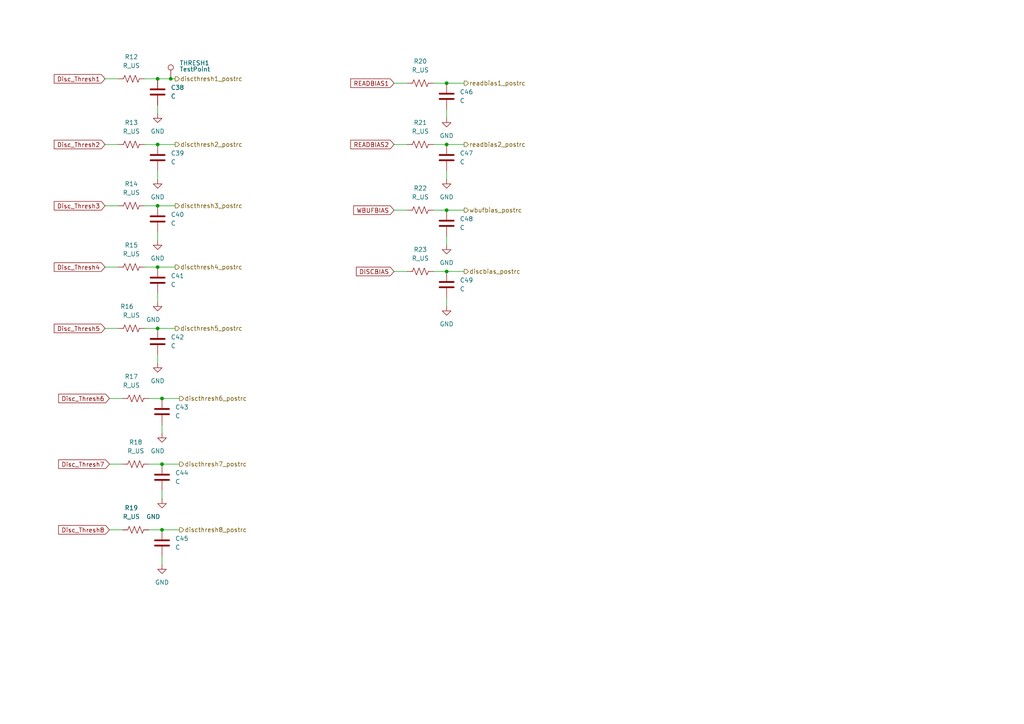
<source format=kicad_sch>
(kicad_sch (version 20231120) (generator "eeschema") (generator_version "8.0")
  (paper "A4")
  (lib_symbols
    (symbol "Connector:TestPoint" (pin_numbers hide) (pin_names (offset 0.762) hide)
      (property "Reference" "TP" (at 0 6.858 0))
      (property "Value" "TestPoint" (at 0 5.08 0))
      (symbol "TestPoint_0_1"
        (circle (center 0 3.302) (radius 0.762))
      )
      (symbol "TestPoint_1_1"
        (pin passive line (at 0 0 90) (length 2.54) (name "1") (number "1"))
      )
    )
    (symbol "Device:C" (pin_numbers hide) (pin_names (offset 0.254))
      (property "Reference" "C" (at 0.635 2.54 0))
      (property "Value" "C" (at 0.635 -2.54 0))
      (symbol "C_0_1"
        (polyline (pts (xy -2.032 -0.762) (xy 2.032 -0.762)) (stroke (width 0.508)))
        (polyline (pts (xy -2.032 0.762) (xy 2.032 0.762)) (stroke (width 0.508)))
      )
      (symbol "C_1_1"
        (pin passive line (at 0 3.81 270) (length 2.794) (name "~") (number "1"))
        (pin passive line (at 0 -3.81 90) (length 2.794) (name "~") (number "2"))
      )
    )
    (symbol "Device:R_US" (pin_numbers hide) (pin_names (offset 0))
      (property "Reference" "R" (at 2.54 0 90))
      (property "Value" "R_US" (at -2.54 0 90))
      (symbol "R_US_0_1"
        (polyline (pts (xy 0 -2.286) (xy 0 -2.54)))
        (polyline (pts (xy 0 2.286) (xy 0 2.54)))
        (polyline (pts (xy 0 -0.762) (xy 1.016 -1.143) (xy 0 -1.524) (xy -1.016 -1.905) (xy 0 -2.286)))
        (polyline (pts (xy 0 0.762) (xy 1.016 0.381) (xy 0 0) (xy -1.016 -0.381) (xy 0 -0.762)))
        (polyline (pts (xy 0 2.286) (xy 1.016 1.905) (xy 0 1.524) (xy -1.016 1.143) (xy 0 0.762)))
      )
      (symbol "R_US_1_1"
        (pin passive line (at 0 3.81 270) (length 1.27) (name "~") (number "1"))
        (pin passive line (at 0 -3.81 90) (length 1.27) (name "~") (number "2"))
      )
    )
    (symbol "power:GND" (power) (pin_numbers hide) (pin_names (offset 0) hide)
      (property "Value" "GND" (at 0 -3.81 0))
      (symbol "GND_0_1"
        (polyline (pts (xy 0 0) (xy 0 -1.27) (xy 1.27 -1.27) (xy 0 -2.54) (xy -1.27 -1.27) (xy 0 -1.27)))
      )
      (symbol "GND_1_1"
        (pin power_in line (at 0 0 270) (length 0) (name "~") (number "1"))
      )
    )
  )
  (junction (at 45.72 41.91))
  (junction (at 45.72 95.25))
  (junction (at 49.53 22.86))
  (junction (at 129.54 24.13))
  (junction (at 129.54 41.91))
  (junction (at 129.54 78.74))
  (junction (at 46.99 134.62))
  (junction (at 46.99 115.57))
  (junction (at 45.72 22.86))
  (junction (at 45.72 77.47))
  (junction (at 46.99 153.67))
  (junction (at 45.72 59.69))
  (junction (at 129.54 60.96))
  (wire (pts (xy 41.91 77.47) (xy 45.72 77.47)))
  (wire (pts (xy 31.75 115.57) (xy 35.56 115.57)))
  (wire (pts (xy 46.99 142.24) (xy 46.99 144.78)))
  (wire (pts (xy 30.48 95.25) (xy 34.29 95.25)))
  (wire (pts (xy 114.3 60.96) (xy 118.11 60.96)))
  (wire (pts (xy 125.73 24.13) (xy 129.54 24.13)))
  (wire (pts (xy 46.99 115.57) (xy 52.07 115.57)))
  (wire (pts (xy 31.75 153.67) (xy 35.56 153.67)))
  (wire (pts (xy 45.72 59.69) (xy 50.8 59.69)))
  (wire (pts (xy 41.91 59.69) (xy 45.72 59.69)))
  (wire (pts (xy 129.54 31.75) (xy 129.54 34.29)))
  (wire (pts (xy 114.3 78.74) (xy 118.11 78.74)))
  (wire (pts (xy 125.73 60.96) (xy 129.54 60.96)))
  (wire (pts (xy 49.53 22.86) (xy 50.8 22.86)))
  (wire (pts (xy 46.99 161.29) (xy 46.99 163.83)))
  (wire (pts (xy 41.91 41.91) (xy 45.72 41.91)))
  (wire (pts (xy 114.3 24.13) (xy 118.11 24.13)))
  (wire (pts (xy 30.48 59.69) (xy 34.29 59.69)))
  (wire (pts (xy 45.72 102.87) (xy 45.72 105.41)))
  (wire (pts (xy 45.72 95.25) (xy 50.8 95.25)))
  (wire (pts (xy 41.91 22.86) (xy 45.72 22.86)))
  (wire (pts (xy 46.99 153.67) (xy 52.07 153.67)))
  (wire (pts (xy 125.73 41.91) (xy 129.54 41.91)))
  (wire (pts (xy 129.54 49.53) (xy 129.54 52.07)))
  (wire (pts (xy 114.3 41.91) (xy 118.11 41.91)))
  (wire (pts (xy 129.54 68.58) (xy 129.54 71.12)))
  (wire (pts (xy 45.72 22.86) (xy 49.53 22.86)))
  (wire (pts (xy 43.18 115.57) (xy 46.99 115.57)))
  (wire (pts (xy 31.75 134.62) (xy 35.56 134.62)))
  (wire (pts (xy 30.48 77.47) (xy 34.29 77.47)))
  (wire (pts (xy 41.91 95.25) (xy 45.72 95.25)))
  (wire (pts (xy 30.48 41.91) (xy 34.29 41.91)))
  (wire (pts (xy 45.72 49.53) (xy 45.72 52.07)))
  (wire (pts (xy 45.72 41.91) (xy 50.8 41.91)))
  (wire (pts (xy 45.72 67.31) (xy 45.72 69.85)))
  (wire (pts (xy 46.99 123.19) (xy 46.99 125.73)))
  (wire (pts (xy 129.54 41.91) (xy 134.62 41.91)))
  (wire (pts (xy 46.99 134.62) (xy 52.07 134.62)))
  (wire (pts (xy 129.54 86.36) (xy 129.54 88.9)))
  (wire (pts (xy 43.18 134.62) (xy 46.99 134.62)))
  (wire (pts (xy 129.54 78.74) (xy 134.62 78.74)))
  (wire (pts (xy 30.48 22.86) (xy 34.29 22.86)))
  (wire (pts (xy 129.54 60.96) (xy 134.62 60.96)))
  (wire (pts (xy 45.72 85.09) (xy 45.72 87.63)))
  (wire (pts (xy 45.72 30.48) (xy 45.72 33.02)))
  (wire (pts (xy 129.54 24.13) (xy 134.62 24.13)))
  (wire (pts (xy 125.73 78.74) (xy 129.54 78.74)))
  (wire (pts (xy 43.18 153.67) (xy 46.99 153.67)))
  (wire (pts (xy 45.72 77.47) (xy 50.8 77.47)))
  (global_label "Disc_Thresh4" (shape input) (at 30.48 77.47 180) (property "Intersheetrefs" "${INTERSHEET_REFS}" (effects (hide yes))))
  (global_label "Disc_Thresh6" (shape input) (at 31.75 115.57 180) (property "Intersheetrefs" "${INTERSHEET_REFS}" (effects (hide yes))))
  (global_label "Disc_Thresh3" (shape input) (at 30.48 59.69 180) (property "Intersheetrefs" "${INTERSHEET_REFS}" (effects (hide yes))))
  (global_label "Disc_Thresh5" (shape input) (at 30.48 95.25 180) (property "Intersheetrefs" "${INTERSHEET_REFS}" (effects (hide yes))))
  (global_label "READBIAS2" (shape input) (at 114.3 41.91 180) (property "Intersheetrefs" "${INTERSHEET_REFS}" (effects (hide yes))))
  (global_label "DISCBIAS" (shape input) (at 114.3 78.74 180) (property "Intersheetrefs" "${INTERSHEET_REFS}" (effects (hide yes))))
  (global_label "READBIAS1" (shape input) (at 114.3 24.13 180) (property "Intersheetrefs" "${INTERSHEET_REFS}" (effects (hide yes))))
  (global_label "Disc_Thresh1" (shape input) (at 30.48 22.86 180) (property "Intersheetrefs" "${INTERSHEET_REFS}" (effects (hide yes))))
  (global_label "Disc_Thresh7" (shape input) (at 31.75 134.62 180) (property "Intersheetrefs" "${INTERSHEET_REFS}" (effects (hide yes))))
  (global_label "WBUFBIAS" (shape input) (at 114.3 60.96 180) (property "Intersheetrefs" "${INTERSHEET_REFS}" (effects (hide yes))))
  (global_label "Disc_Thresh8" (shape input) (at 31.75 153.67 180) (property "Intersheetrefs" "${INTERSHEET_REFS}" (effects (hide yes))))
  (global_label "Disc_Thresh2" (shape input) (at 30.48 41.91 180) (property "Intersheetrefs" "${INTERSHEET_REFS}" (effects (hide yes))))
  (hierarchical_label "discthresh3_postrc" (shape output) (at 50.8 59.69 0))
  (hierarchical_label "discthresh5_postrc" (shape output) (at 50.8 95.25 0))
  (hierarchical_label "discthresh4_postrc" (shape output) (at 50.8 77.47 0))
  (hierarchical_label "discbias_postrc" (shape output) (at 134.62 78.74 0))
  (hierarchical_label "readbias1_postrc" (shape output) (at 134.62 24.13 0))
  (hierarchical_label "discthresh1_postrc" (shape output) (at 50.8 22.86 0))
  (hierarchical_label "discthresh6_postrc" (shape output) (at 52.07 115.57 0))
  (hierarchical_label "discthresh2_postrc" (shape output) (at 50.8 41.91 0))
  (hierarchical_label "discthresh7_postrc" (shape output) (at 52.07 134.62 0))
  (hierarchical_label "discthresh8_postrc" (shape output) (at 52.07 153.67 0))
  (hierarchical_label "wbufbias_postrc" (shape output) (at 134.62 60.96 0))
  (hierarchical_label "readbias2_postrc" (shape output) (at 134.62 41.91 0))
  (symbol (lib_id "power:GND") (at 46.99 163.83 0) (unit 1)
    (property "Reference" "#PWR054" (effects (hide yes)))
    (property "Value" "GND" (at 46.99 168.91 0))
    (property "Description" "Power symbol creates a global label with name \"GND\" , ground" (effects (hide yes)))
  )
  (symbol (lib_id "power:GND") (at 46.99 125.73 0) (unit 1)
    (property "Reference" "#PWR052" (effects (hide yes)))
    (property "Value" "GND" (at 45.72 130.81 0))
    (property "Description" "Power symbol creates a global label with name \"GND\" , ground" (effects (hide yes)))
  )
  (symbol (lib_id "power:GND") (at 129.54 71.12 0) (unit 1)
    (property "Reference" "#PWR057" (effects (hide yes)))
    (property "Value" "GND" (at 129.54 76.2 0))
    (property "Description" "Power symbol creates a global label with name \"GND\" , ground" (effects (hide yes)))
  )
  (symbol (lib_id "Device:C") (at 46.99 138.43 0) (unit 1)
    (property "Reference" "C44" (at 50.8 137.1599 0) (effects (justify left)))
    (property "Value" "C" (at 50.8 139.6999 0) (effects (justify left)))
    (property "Footprint" "Capacitor_SMD:C_0603_1608Metric" (effects (hide yes)))
    (property "Description" "Unpolarized capacitor" (effects (hide yes)))
  )
  (symbol (lib_id "Connector:TestPoint") (at 49.53 22.86 0) (unit 1)
    (property "Reference" "THRESH1" (at 52.07 18.2879 0) (effects (justify left)))
    (property "Value" "TestPoint" (at 52.07 20.066 0) (effects (justify left)))
    (property "Footprint" "TestPoint:TestPoint_THTPad_1.0x1.0mm_Drill0.5mm" (effects (hide yes)))
    (property "Description" "test point" (effects (hide yes)))
  )
  (symbol (lib_id "Device:R_US") (at 121.92 60.96 270) (unit 1)
    (property "Reference" "R22" (at 121.92 54.61 90))
    (property "Value" "R_US" (at 121.92 57.15 90))
    (property "Footprint" "Resistor_SMD:R_0603_1608Metric" (effects (hide yes)))
    (property "Description" "Resistor, US symbol" (effects (hide yes)))
  )
  (symbol (lib_id "Device:R_US") (at 39.37 134.62 270) (unit 1)
    (property "Reference" "R18" (at 39.37 128.27 90))
    (property "Value" "R_US" (at 39.37 130.81 90))
    (property "Footprint" "Resistor_SMD:R_0603_1608Metric" (effects (hide yes)))
    (property "Description" "Resistor, US symbol" (effects (hide yes)))
  )
  (symbol (lib_id "Device:C") (at 46.99 157.48 0) (unit 1)
    (property "Reference" "C45" (at 50.8 156.2099 0) (effects (justify left)))
    (property "Value" "C" (at 50.8 158.7499 0) (effects (justify left)))
    (property "Footprint" "Capacitor_SMD:C_0603_1608Metric" (effects (hide yes)))
    (property "Description" "Unpolarized capacitor" (effects (hide yes)))
  )
  (symbol (lib_id "Device:C") (at 46.99 119.38 0) (unit 1)
    (property "Reference" "C43" (at 50.8 118.1099 0) (effects (justify left)))
    (property "Value" "C" (at 50.8 120.6499 0) (effects (justify left)))
    (property "Footprint" "Capacitor_SMD:C_0603_1608Metric" (effects (hide yes)))
    (property "Description" "Unpolarized capacitor" (effects (hide yes)))
  )
  (symbol (lib_id "Device:R_US") (at 39.37 153.67 270) (unit 1)
    (property "Reference" "R19" (at 38.1 147.32 90))
    (property "Value" "R_US" (at 38.1 149.86 90))
    (property "Footprint" "Resistor_SMD:R_0603_1608Metric" (effects (hide yes)))
    (property "Description" "Resistor, US symbol" (effects (hide yes)))
  )
  (symbol (lib_id "power:GND") (at 45.72 105.41 0) (unit 1)
    (property "Reference" "#PWR051" (effects (hide yes)))
    (property "Value" "GND" (at 45.72 110.49 0))
    (property "Description" "Power symbol creates a global label with name \"GND\" , ground" (effects (hide yes)))
  )
  (symbol (lib_id "Device:C") (at 45.72 26.67 0) (unit 1)
    (property "Reference" "C38" (at 49.53 25.3999 0) (effects (justify left)))
    (property "Value" "C" (at 49.53 27.9399 0) (effects (justify left)))
    (property "Footprint" "Capacitor_SMD:C_0603_1608Metric" (effects (hide yes)))
    (property "Description" "Unpolarized capacitor" (effects (hide yes)))
  )
  (symbol (lib_id "power:GND") (at 45.72 33.02 0) (unit 1)
    (property "Reference" "#PWR047" (effects (hide yes)))
    (property "Value" "GND" (at 45.72 38.1 0))
    (property "Description" "Power symbol creates a global label with name \"GND\" , ground" (effects (hide yes)))
  )
  (symbol (lib_id "Device:C") (at 45.72 99.06 0) (unit 1)
    (property "Reference" "C42" (at 49.53 97.7899 0) (effects (justify left)))
    (property "Value" "C" (at 49.53 100.3299 0) (effects (justify left)))
    (property "Footprint" "Capacitor_SMD:C_0603_1608Metric" (effects (hide yes)))
    (property "Description" "Unpolarized capacitor" (effects (hide yes)))
  )
  (symbol (lib_id "Device:C") (at 45.72 63.5 0) (unit 1)
    (property "Reference" "C40" (at 49.53 62.2299 0) (effects (justify left)))
    (property "Value" "C" (at 49.53 64.7699 0) (effects (justify left)))
    (property "Footprint" "Capacitor_SMD:C_0603_1608Metric" (effects (hide yes)))
    (property "Description" "Unpolarized capacitor" (effects (hide yes)))
  )
  (symbol (lib_id "Device:C") (at 129.54 64.77 0) (unit 1)
    (property "Reference" "C48" (at 133.35 63.4999 0) (effects (justify left)))
    (property "Value" "C" (at 133.35 66.0399 0) (effects (justify left)))
    (property "Footprint" "Capacitor_SMD:C_0603_1608Metric" (effects (hide yes)))
    (property "Description" "Unpolarized capacitor" (effects (hide yes)))
  )
  (symbol (lib_id "power:GND") (at 129.54 34.29 0) (unit 1)
    (property "Reference" "#PWR055" (effects (hide yes)))
    (property "Value" "GND" (at 129.54 39.37 0))
    (property "Description" "Power symbol creates a global label with name \"GND\" , ground" (effects (hide yes)))
  )
  (symbol (lib_id "Device:C") (at 45.72 81.28 0) (unit 1)
    (property "Reference" "C41" (at 49.53 80.0099 0) (effects (justify left)))
    (property "Value" "C" (at 49.53 82.5499 0) (effects (justify left)))
    (property "Footprint" "Capacitor_SMD:C_0603_1608Metric" (effects (hide yes)))
    (property "Description" "Unpolarized capacitor" (effects (hide yes)))
  )
  (symbol (lib_id "Device:R_US") (at 121.92 41.91 270) (unit 1)
    (property "Reference" "R21" (at 121.92 35.56 90))
    (property "Value" "R_US" (at 121.92 38.1 90))
    (property "Footprint" "Resistor_SMD:R_0603_1608Metric" (effects (hide yes)))
    (property "Description" "Resistor, US symbol" (effects (hide yes)))
  )
  (symbol (lib_id "Device:C") (at 129.54 45.72 0) (unit 1)
    (property "Reference" "C47" (at 133.35 44.4499 0) (effects (justify left)))
    (property "Value" "C" (at 133.35 46.9899 0) (effects (justify left)))
    (property "Footprint" "Capacitor_SMD:C_0603_1608Metric" (effects (hide yes)))
    (property "Description" "Unpolarized capacitor" (effects (hide yes)))
  )
  (symbol (lib_id "Device:C") (at 45.72 45.72 0) (unit 1)
    (property "Reference" "C39" (at 49.53 44.4499 0) (effects (justify left)))
    (property "Value" "C" (at 49.53 46.9899 0) (effects (justify left)))
    (property "Footprint" "Capacitor_SMD:C_0603_1608Metric" (effects (hide yes)))
    (property "Description" "Unpolarized capacitor" (effects (hide yes)))
  )
  (symbol (lib_id "Device:R_US") (at 38.1 59.69 270) (unit 1)
    (property "Reference" "R14" (at 38.1 53.34 90))
    (property "Value" "R_US" (at 38.1 55.88 90))
    (property "Footprint" "Resistor_SMD:R_0603_1608Metric" (effects (hide yes)))
    (property "Description" "Resistor, US symbol" (effects (hide yes)))
  )
  (symbol (lib_id "Device:R_US") (at 38.1 77.47 270) (unit 1)
    (property "Reference" "R15" (at 38.1 71.12 90))
    (property "Value" "R_US" (at 38.1 73.66 90))
    (property "Footprint" "Resistor_SMD:R_0603_1608Metric" (effects (hide yes)))
    (property "Description" "Resistor, US symbol" (effects (hide yes)))
  )
  (symbol (lib_id "power:GND") (at 45.72 52.07 0) (unit 1)
    (property "Reference" "#PWR048" (effects (hide yes)))
    (property "Value" "GND" (at 45.72 57.15 0))
    (property "Description" "Power symbol creates a global label with name \"GND\" , ground" (effects (hide yes)))
  )
  (symbol (lib_id "Device:R_US") (at 38.1 95.25 270) (unit 1)
    (property "Reference" "R16" (at 36.83 88.9 90))
    (property "Value" "R_US" (at 38.1 91.44 90))
    (property "Footprint" "Resistor_SMD:R_0603_1608Metric" (effects (hide yes)))
    (property "Description" "Resistor, US symbol" (effects (hide yes)))
  )
  (symbol (lib_id "power:GND") (at 129.54 88.9 0) (unit 1)
    (property "Reference" "#PWR058" (effects (hide yes)))
    (property "Value" "GND" (at 129.54 93.98 0))
    (property "Description" "Power symbol creates a global label with name \"GND\" , ground" (effects (hide yes)))
  )
  (symbol (lib_id "Device:C") (at 129.54 82.55 0) (unit 1)
    (property "Reference" "C49" (at 133.35 81.2799 0) (effects (justify left)))
    (property "Value" "C" (at 133.35 83.8199 0) (effects (justify left)))
    (property "Footprint" "Capacitor_SMD:C_0603_1608Metric" (effects (hide yes)))
    (property "Description" "Unpolarized capacitor" (effects (hide yes)))
  )
  (symbol (lib_id "Device:R_US") (at 38.1 41.91 270) (unit 1)
    (property "Reference" "R13" (at 38.1 35.56 90))
    (property "Value" "R_US" (at 38.1 38.1 90))
    (property "Footprint" "Resistor_SMD:R_0603_1608Metric" (effects (hide yes)))
    (property "Description" "Resistor, US symbol" (effects (hide yes)))
  )
  (symbol (lib_id "power:GND") (at 45.72 87.63 0) (unit 1)
    (property "Reference" "#PWR050" (effects (hide yes)))
    (property "Value" "GND" (at 44.45 92.71 0))
    (property "Description" "Power symbol creates a global label with name \"GND\" , ground" (effects (hide yes)))
  )
  (symbol (lib_id "power:GND") (at 129.54 52.07 0) (unit 1)
    (property "Reference" "#PWR056" (effects (hide yes)))
    (property "Value" "GND" (at 129.54 57.15 0))
    (property "Description" "Power symbol creates a global label with name \"GND\" , ground" (effects (hide yes)))
  )
  (symbol (lib_id "power:GND") (at 45.72 69.85 0) (unit 1)
    (property "Reference" "#PWR049" (effects (hide yes)))
    (property "Value" "GND" (at 45.72 74.93 0))
    (property "Description" "Power symbol creates a global label with name \"GND\" , ground" (effects (hide yes)))
  )
  (symbol (lib_id "Device:R_US") (at 39.37 115.57 270) (unit 1)
    (property "Reference" "R17" (at 38.1 109.22 90))
    (property "Value" "R_US" (at 38.1 111.76 90))
    (property "Footprint" "Resistor_SMD:R_0603_1608Metric" (effects (hide yes)))
    (property "Description" "Resistor, US symbol" (effects (hide yes)))
  )
  (symbol (lib_id "Device:R_US") (at 38.1 22.86 270) (unit 1)
    (property "Reference" "R12" (at 38.1 16.51 90))
    (property "Value" "R_US" (at 38.1 19.05 90))
    (property "Footprint" "Resistor_SMD:R_0603_1608Metric" (effects (hide yes)))
    (property "Description" "Resistor, US symbol" (effects (hide yes)))
  )
  (symbol (lib_id "Device:R_US") (at 121.92 78.74 270) (unit 1)
    (property "Reference" "R23" (at 121.92 72.39 90))
    (property "Value" "R_US" (at 121.92 74.93 90))
    (property "Footprint" "Resistor_SMD:R_0603_1608Metric" (effects (hide yes)))
    (property "Description" "Resistor, US symbol" (effects (hide yes)))
  )
  (symbol (lib_id "power:GND") (at 46.99 144.78 0) (unit 1)
    (property "Reference" "#PWR053" (effects (hide yes)))
    (property "Value" "GND" (at 44.45 149.86 0))
    (property "Description" "Power symbol creates a global label with name \"GND\" , ground" (effects (hide yes)))
  )
  (symbol (lib_id "Device:R_US") (at 121.92 24.13 270) (unit 1)
    (property "Reference" "R20" (at 121.92 17.78 90))
    (property "Value" "R_US" (at 121.92 20.32 90))
    (property "Footprint" "Resistor_SMD:R_0603_1608Metric" (effects (hide yes)))
    (property "Description" "Resistor, US symbol" (effects (hide yes)))
  )
  (symbol (lib_id "Device:C") (at 129.54 27.94 0) (unit 1)
    (property "Reference" "C46" (at 133.35 26.6699 0) (effects (justify left)))
    (property "Value" "C" (at 133.35 29.2099 0) (effects (justify left)))
    (property "Footprint" "Capacitor_SMD:C_0603_1608Metric" (effects (hide yes)))
    (property "Description" "Unpolarized capacitor" (effects (hide yes)))
  )
)
</source>
